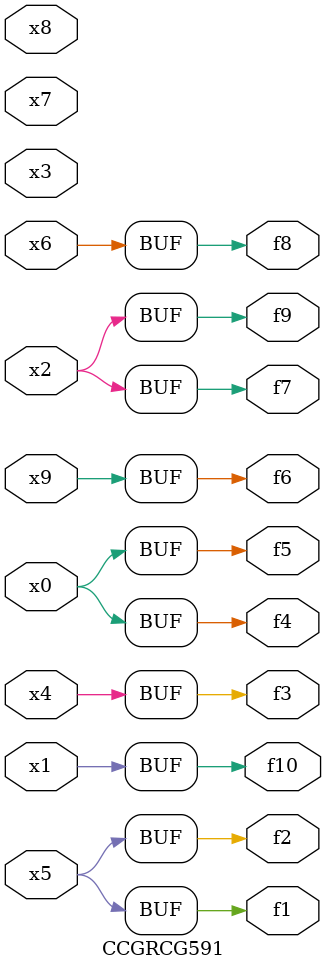
<source format=v>
module CCGRCG591(
	input x0, x1, x2, x3, x4, x5, x6, x7, x8, x9,
	output f1, f2, f3, f4, f5, f6, f7, f8, f9, f10
);
	assign f1 = x5;
	assign f2 = x5;
	assign f3 = x4;
	assign f4 = x0;
	assign f5 = x0;
	assign f6 = x9;
	assign f7 = x2;
	assign f8 = x6;
	assign f9 = x2;
	assign f10 = x1;
endmodule

</source>
